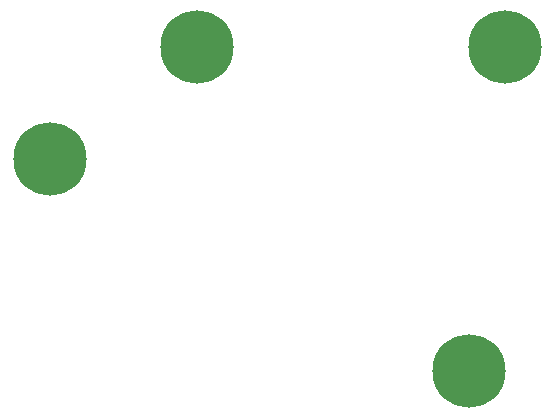
<source format=gbr>
G04 #@! TF.GenerationSoftware,KiCad,Pcbnew,6.0.2+dfsg-1*
G04 #@! TF.CreationDate,2022-08-12T21:34:54-04:00*
G04 #@! TF.ProjectId,RUSP_Faceplate,52555350-5f46-4616-9365-706c6174652e,rev?*
G04 #@! TF.SameCoordinates,Original*
G04 #@! TF.FileFunction,Copper,L1,Top*
G04 #@! TF.FilePolarity,Positive*
%FSLAX46Y46*%
G04 Gerber Fmt 4.6, Leading zero omitted, Abs format (unit mm)*
G04 Created by KiCad (PCBNEW 6.0.2+dfsg-1) date 2022-08-12 21:34:54*
%MOMM*%
%LPD*%
G01*
G04 APERTURE LIST*
G04 #@! TA.AperFunction,ComponentPad*
%ADD10C,6.200000*%
G04 #@! TD*
G04 APERTURE END LIST*
D10*
G04 #@! TO.P,H2,1*
G04 #@! TO.N,N/C*
X118292000Y-81180000D03*
G04 #@! TD*
G04 #@! TO.P,H1,1*
G04 #@! TO.N,N/C*
X130792000Y-71680000D03*
G04 #@! TD*
G04 #@! TO.P,H3,1*
G04 #@! TO.N,N/C*
X153792000Y-99180000D03*
G04 #@! TD*
G04 #@! TO.P,H5,1*
G04 #@! TO.N,N/C*
X156792000Y-71680000D03*
G04 #@! TD*
M02*

</source>
